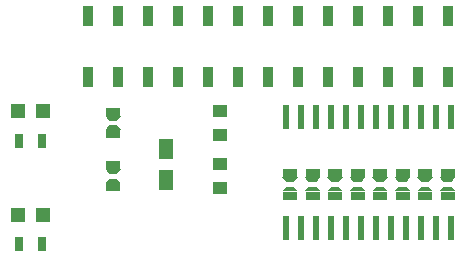
<source format=gtp>
G04 #@! TF.FileFunction,Paste,Top*
%FSLAX46Y46*%
G04 Gerber Fmt 4.6, Leading zero omitted, Abs format (unit mm)*
G04 Created by KiCad (PCBNEW 4.0.0-stable) date Thursday, March 17, 2016 'AMt' 12:56:01 AM*
%MOMM*%
G01*
G04 APERTURE LIST*
%ADD10C,0.100000*%
%ADD11R,1.250000X1.000000*%
%ADD12R,1.230000X1.800000*%
%ADD13R,1.300000X0.700000*%
%ADD14R,0.889000X1.680000*%
%ADD15R,0.600000X2.000000*%
%ADD16R,1.198880X1.198880*%
%ADD17R,0.700000X1.300000*%
G04 APERTURE END LIST*
D10*
D11*
X19500000Y19000000D03*
X19500000Y21000000D03*
D12*
X15000000Y15190000D03*
X15000000Y17810000D03*
D11*
X19500000Y16500000D03*
X19500000Y14500000D03*
D13*
X38805000Y15760000D03*
X38805000Y13860000D03*
D10*
G36*
X38155000Y15410000D02*
X39455000Y15410000D01*
X39155000Y15010000D01*
X38455000Y15010000D01*
X38155000Y15410000D01*
X38155000Y15410000D01*
G37*
G36*
X38455000Y14610000D02*
X39155000Y14610000D01*
X39455000Y14210000D01*
X38155000Y14210000D01*
X38455000Y14610000D01*
X38455000Y14610000D01*
G37*
D13*
X36900000Y15760000D03*
X36900000Y13860000D03*
D10*
G36*
X36250000Y15410000D02*
X37550000Y15410000D01*
X37250000Y15010000D01*
X36550000Y15010000D01*
X36250000Y15410000D01*
X36250000Y15410000D01*
G37*
G36*
X36550000Y14610000D02*
X37250000Y14610000D01*
X37550000Y14210000D01*
X36250000Y14210000D01*
X36550000Y14610000D01*
X36550000Y14610000D01*
G37*
D13*
X34995000Y15760000D03*
X34995000Y13860000D03*
D10*
G36*
X34345000Y15410000D02*
X35645000Y15410000D01*
X35345000Y15010000D01*
X34645000Y15010000D01*
X34345000Y15410000D01*
X34345000Y15410000D01*
G37*
G36*
X34645000Y14610000D02*
X35345000Y14610000D01*
X35645000Y14210000D01*
X34345000Y14210000D01*
X34645000Y14610000D01*
X34645000Y14610000D01*
G37*
D13*
X33090000Y15760000D03*
X33090000Y13860000D03*
D10*
G36*
X32440000Y15410000D02*
X33740000Y15410000D01*
X33440000Y15010000D01*
X32740000Y15010000D01*
X32440000Y15410000D01*
X32440000Y15410000D01*
G37*
G36*
X32740000Y14610000D02*
X33440000Y14610000D01*
X33740000Y14210000D01*
X32440000Y14210000D01*
X32740000Y14610000D01*
X32740000Y14610000D01*
G37*
D13*
X31185000Y15760000D03*
X31185000Y13860000D03*
D10*
G36*
X30535000Y15410000D02*
X31835000Y15410000D01*
X31535000Y15010000D01*
X30835000Y15010000D01*
X30535000Y15410000D01*
X30535000Y15410000D01*
G37*
G36*
X30835000Y14610000D02*
X31535000Y14610000D01*
X31835000Y14210000D01*
X30535000Y14210000D01*
X30835000Y14610000D01*
X30835000Y14610000D01*
G37*
D13*
X29280000Y15760000D03*
X29280000Y13860000D03*
D10*
G36*
X28630000Y15410000D02*
X29930000Y15410000D01*
X29630000Y15010000D01*
X28930000Y15010000D01*
X28630000Y15410000D01*
X28630000Y15410000D01*
G37*
G36*
X28930000Y14610000D02*
X29630000Y14610000D01*
X29930000Y14210000D01*
X28630000Y14210000D01*
X28930000Y14610000D01*
X28930000Y14610000D01*
G37*
D13*
X27375000Y15760000D03*
X27375000Y13860000D03*
D10*
G36*
X26725000Y15410000D02*
X28025000Y15410000D01*
X27725000Y15010000D01*
X27025000Y15010000D01*
X26725000Y15410000D01*
X26725000Y15410000D01*
G37*
G36*
X27025000Y14610000D02*
X27725000Y14610000D01*
X28025000Y14210000D01*
X26725000Y14210000D01*
X27025000Y14610000D01*
X27025000Y14610000D01*
G37*
D13*
X25470000Y15760000D03*
X25470000Y13860000D03*
D10*
G36*
X24820000Y15410000D02*
X26120000Y15410000D01*
X25820000Y15010000D01*
X25120000Y15010000D01*
X24820000Y15410000D01*
X24820000Y15410000D01*
G37*
G36*
X25120000Y14610000D02*
X25820000Y14610000D01*
X26120000Y14210000D01*
X24820000Y14210000D01*
X25120000Y14610000D01*
X25120000Y14610000D01*
G37*
D13*
X10500000Y16450000D03*
X10500000Y14550000D03*
D10*
G36*
X9850000Y16100000D02*
X11150000Y16100000D01*
X10850000Y15700000D01*
X10150000Y15700000D01*
X9850000Y16100000D01*
X9850000Y16100000D01*
G37*
G36*
X10150000Y15300000D02*
X10850000Y15300000D01*
X11150000Y14900000D01*
X9850000Y14900000D01*
X10150000Y15300000D01*
X10150000Y15300000D01*
G37*
D13*
X10500000Y19050000D03*
X10500000Y20950000D03*
D10*
G36*
X11150000Y19400000D02*
X9850000Y19400000D01*
X10150000Y19800000D01*
X10850000Y19800000D01*
X11150000Y19400000D01*
X11150000Y19400000D01*
G37*
G36*
X10850000Y20200000D02*
X10150000Y20200000D01*
X9850000Y20600000D01*
X11150000Y20600000D01*
X10850000Y20200000D01*
X10850000Y20200000D01*
G37*
D14*
X8370000Y23920000D03*
X8370000Y29080000D03*
X10910000Y23920000D03*
X10910000Y29080000D03*
X13450000Y23920000D03*
X13450000Y29080000D03*
X15990000Y23920000D03*
X15990000Y29080000D03*
X18530000Y23920000D03*
X18530000Y29080000D03*
X21070000Y23920000D03*
X21070000Y29080000D03*
X23610000Y23920000D03*
X23610000Y29080000D03*
X26150000Y23920000D03*
X26150000Y29080000D03*
X28690000Y23920000D03*
X28690000Y29080000D03*
X31230000Y23920000D03*
X31230000Y29080000D03*
X33770000Y23920000D03*
X33770000Y29080000D03*
X36310000Y23920000D03*
X36310000Y29080000D03*
X38850000Y23920000D03*
X38850000Y29080000D03*
D15*
X25085000Y11110000D03*
X26355000Y11110000D03*
X27625000Y11110000D03*
X28895000Y11110000D03*
X30165000Y11110000D03*
X31435000Y11110000D03*
X32705000Y11110000D03*
X33975000Y11110000D03*
X35245000Y11110000D03*
X36515000Y11110000D03*
X37785000Y11110000D03*
X39055000Y11110000D03*
X39055000Y20510000D03*
X37785000Y20510000D03*
X36515000Y20510000D03*
X35245000Y20510000D03*
X33975000Y20510000D03*
X32705000Y20510000D03*
X31435000Y20510000D03*
X30165000Y20510000D03*
X28895000Y20510000D03*
X27625000Y20510000D03*
X26355000Y20510000D03*
X25085000Y20510000D03*
D16*
X4549020Y21000000D03*
X2450980Y21000000D03*
X4549020Y12250000D03*
X2450980Y12250000D03*
D17*
X2550000Y18500000D03*
X4450000Y18500000D03*
X2550000Y9750000D03*
X4450000Y9750000D03*
M02*

</source>
